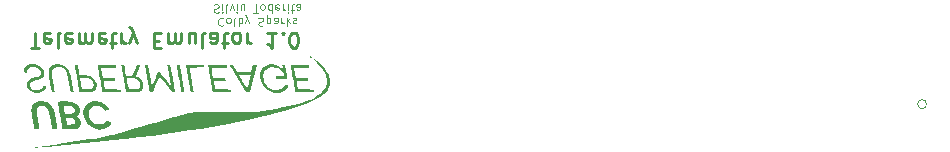
<source format=gbr>
%TF.GenerationSoftware,KiCad,Pcbnew,(6.0.7-1)-1*%
%TF.CreationDate,2022-09-19T18:34:45-07:00*%
%TF.ProjectId,telemetry-emulator-pcb,74656c65-6d65-4747-9279-2d656d756c61,rev?*%
%TF.SameCoordinates,Original*%
%TF.FileFunction,Legend,Bot*%
%TF.FilePolarity,Positive*%
%FSLAX46Y46*%
G04 Gerber Fmt 4.6, Leading zero omitted, Abs format (unit mm)*
G04 Created by KiCad (PCBNEW (6.0.7-1)-1) date 2022-09-19 18:34:45*
%MOMM*%
%LPD*%
G01*
G04 APERTURE LIST*
%ADD10C,0.250000*%
%ADD11C,0.100000*%
%ADD12C,0.120000*%
G04 APERTURE END LIST*
D10*
X95809523Y-68411904D02*
X96552380Y-68411904D01*
X96180952Y-67111904D02*
X96180952Y-68411904D01*
X97480952Y-67173809D02*
X97357142Y-67111904D01*
X97109523Y-67111904D01*
X96985714Y-67173809D01*
X96923809Y-67297619D01*
X96923809Y-67792857D01*
X96985714Y-67916666D01*
X97109523Y-67978571D01*
X97357142Y-67978571D01*
X97480952Y-67916666D01*
X97542857Y-67792857D01*
X97542857Y-67669047D01*
X96923809Y-67545238D01*
X98285714Y-67111904D02*
X98161904Y-67173809D01*
X98100000Y-67297619D01*
X98100000Y-68411904D01*
X99276190Y-67173809D02*
X99152380Y-67111904D01*
X98904761Y-67111904D01*
X98780952Y-67173809D01*
X98719047Y-67297619D01*
X98719047Y-67792857D01*
X98780952Y-67916666D01*
X98904761Y-67978571D01*
X99152380Y-67978571D01*
X99276190Y-67916666D01*
X99338095Y-67792857D01*
X99338095Y-67669047D01*
X98719047Y-67545238D01*
X99895238Y-67111904D02*
X99895238Y-67978571D01*
X99895238Y-67854761D02*
X99957142Y-67916666D01*
X100080952Y-67978571D01*
X100266666Y-67978571D01*
X100390476Y-67916666D01*
X100452380Y-67792857D01*
X100452380Y-67111904D01*
X100452380Y-67792857D02*
X100514285Y-67916666D01*
X100638095Y-67978571D01*
X100823809Y-67978571D01*
X100947619Y-67916666D01*
X101009523Y-67792857D01*
X101009523Y-67111904D01*
X102123809Y-67173809D02*
X102000000Y-67111904D01*
X101752380Y-67111904D01*
X101628571Y-67173809D01*
X101566666Y-67297619D01*
X101566666Y-67792857D01*
X101628571Y-67916666D01*
X101752380Y-67978571D01*
X102000000Y-67978571D01*
X102123809Y-67916666D01*
X102185714Y-67792857D01*
X102185714Y-67669047D01*
X101566666Y-67545238D01*
X102557142Y-67978571D02*
X103052380Y-67978571D01*
X102742857Y-68411904D02*
X102742857Y-67297619D01*
X102804761Y-67173809D01*
X102928571Y-67111904D01*
X103052380Y-67111904D01*
X103485714Y-67111904D02*
X103485714Y-67978571D01*
X103485714Y-67730952D02*
X103547619Y-67854761D01*
X103609523Y-67916666D01*
X103733333Y-67978571D01*
X103857142Y-67978571D01*
X104166666Y-67978571D02*
X104476190Y-67111904D01*
X104785714Y-67978571D02*
X104476190Y-67111904D01*
X104352380Y-66802380D01*
X104290476Y-66740476D01*
X104166666Y-66678571D01*
X106271428Y-67792857D02*
X106704761Y-67792857D01*
X106890476Y-67111904D02*
X106271428Y-67111904D01*
X106271428Y-68411904D01*
X106890476Y-68411904D01*
X107447619Y-67111904D02*
X107447619Y-67978571D01*
X107447619Y-67854761D02*
X107509523Y-67916666D01*
X107633333Y-67978571D01*
X107819047Y-67978571D01*
X107942857Y-67916666D01*
X108004761Y-67792857D01*
X108004761Y-67111904D01*
X108004761Y-67792857D02*
X108066666Y-67916666D01*
X108190476Y-67978571D01*
X108376190Y-67978571D01*
X108500000Y-67916666D01*
X108561904Y-67792857D01*
X108561904Y-67111904D01*
X109738095Y-67978571D02*
X109738095Y-67111904D01*
X109180952Y-67978571D02*
X109180952Y-67297619D01*
X109242857Y-67173809D01*
X109366666Y-67111904D01*
X109552380Y-67111904D01*
X109676190Y-67173809D01*
X109738095Y-67235714D01*
X110542857Y-67111904D02*
X110419047Y-67173809D01*
X110357142Y-67297619D01*
X110357142Y-68411904D01*
X111595238Y-67111904D02*
X111595238Y-67792857D01*
X111533333Y-67916666D01*
X111409523Y-67978571D01*
X111161904Y-67978571D01*
X111038095Y-67916666D01*
X111595238Y-67173809D02*
X111471428Y-67111904D01*
X111161904Y-67111904D01*
X111038095Y-67173809D01*
X110976190Y-67297619D01*
X110976190Y-67421428D01*
X111038095Y-67545238D01*
X111161904Y-67607142D01*
X111471428Y-67607142D01*
X111595238Y-67669047D01*
X112028571Y-67978571D02*
X112523809Y-67978571D01*
X112214285Y-68411904D02*
X112214285Y-67297619D01*
X112276190Y-67173809D01*
X112400000Y-67111904D01*
X112523809Y-67111904D01*
X113142857Y-67111904D02*
X113019047Y-67173809D01*
X112957142Y-67235714D01*
X112895238Y-67359523D01*
X112895238Y-67730952D01*
X112957142Y-67854761D01*
X113019047Y-67916666D01*
X113142857Y-67978571D01*
X113328571Y-67978571D01*
X113452380Y-67916666D01*
X113514285Y-67854761D01*
X113576190Y-67730952D01*
X113576190Y-67359523D01*
X113514285Y-67235714D01*
X113452380Y-67173809D01*
X113328571Y-67111904D01*
X113142857Y-67111904D01*
X114133333Y-67111904D02*
X114133333Y-67978571D01*
X114133333Y-67730952D02*
X114195238Y-67854761D01*
X114257142Y-67916666D01*
X114380952Y-67978571D01*
X114504761Y-67978571D01*
X116609523Y-67111904D02*
X115866666Y-67111904D01*
X116238095Y-67111904D02*
X116238095Y-68411904D01*
X116114285Y-68226190D01*
X115990476Y-68102380D01*
X115866666Y-68040476D01*
X117166666Y-67235714D02*
X117228571Y-67173809D01*
X117166666Y-67111904D01*
X117104761Y-67173809D01*
X117166666Y-67235714D01*
X117166666Y-67111904D01*
X118033333Y-68411904D02*
X118157142Y-68411904D01*
X118280952Y-68350000D01*
X118342857Y-68288095D01*
X118404761Y-68164285D01*
X118466666Y-67916666D01*
X118466666Y-67607142D01*
X118404761Y-67359523D01*
X118342857Y-67235714D01*
X118280952Y-67173809D01*
X118157142Y-67111904D01*
X118033333Y-67111904D01*
X117909523Y-67173809D01*
X117847619Y-67235714D01*
X117785714Y-67359523D01*
X117723809Y-67607142D01*
X117723809Y-67916666D01*
X117785714Y-68164285D01*
X117847619Y-68288095D01*
X117909523Y-68350000D01*
X118033333Y-68411904D01*
D11*
X112116666Y-65913500D02*
X112083333Y-65880166D01*
X111983333Y-65846833D01*
X111916666Y-65846833D01*
X111816666Y-65880166D01*
X111750000Y-65946833D01*
X111716666Y-66013500D01*
X111683333Y-66146833D01*
X111683333Y-66246833D01*
X111716666Y-66380166D01*
X111750000Y-66446833D01*
X111816666Y-66513500D01*
X111916666Y-66546833D01*
X111983333Y-66546833D01*
X112083333Y-66513500D01*
X112116666Y-66480166D01*
X112516666Y-65846833D02*
X112450000Y-65880166D01*
X112416666Y-65913500D01*
X112383333Y-65980166D01*
X112383333Y-66180166D01*
X112416666Y-66246833D01*
X112450000Y-66280166D01*
X112516666Y-66313500D01*
X112616666Y-66313500D01*
X112683333Y-66280166D01*
X112716666Y-66246833D01*
X112750000Y-66180166D01*
X112750000Y-65980166D01*
X112716666Y-65913500D01*
X112683333Y-65880166D01*
X112616666Y-65846833D01*
X112516666Y-65846833D01*
X113150000Y-65846833D02*
X113083333Y-65880166D01*
X113050000Y-65946833D01*
X113050000Y-66546833D01*
X113416666Y-65846833D02*
X113416666Y-66546833D01*
X113416666Y-66280166D02*
X113483333Y-66313500D01*
X113616666Y-66313500D01*
X113683333Y-66280166D01*
X113716666Y-66246833D01*
X113750000Y-66180166D01*
X113750000Y-65980166D01*
X113716666Y-65913500D01*
X113683333Y-65880166D01*
X113616666Y-65846833D01*
X113483333Y-65846833D01*
X113416666Y-65880166D01*
X113983333Y-66313500D02*
X114150000Y-65846833D01*
X114316666Y-66313500D02*
X114150000Y-65846833D01*
X114083333Y-65680166D01*
X114050000Y-65646833D01*
X113983333Y-65613500D01*
X115083333Y-65880166D02*
X115183333Y-65846833D01*
X115350000Y-65846833D01*
X115416666Y-65880166D01*
X115450000Y-65913500D01*
X115483333Y-65980166D01*
X115483333Y-66046833D01*
X115450000Y-66113500D01*
X115416666Y-66146833D01*
X115350000Y-66180166D01*
X115216666Y-66213500D01*
X115150000Y-66246833D01*
X115116666Y-66280166D01*
X115083333Y-66346833D01*
X115083333Y-66413500D01*
X115116666Y-66480166D01*
X115150000Y-66513500D01*
X115216666Y-66546833D01*
X115383333Y-66546833D01*
X115483333Y-66513500D01*
X115783333Y-66313500D02*
X115783333Y-65613500D01*
X115783333Y-66280166D02*
X115850000Y-66313500D01*
X115983333Y-66313500D01*
X116050000Y-66280166D01*
X116083333Y-66246833D01*
X116116666Y-66180166D01*
X116116666Y-65980166D01*
X116083333Y-65913500D01*
X116050000Y-65880166D01*
X115983333Y-65846833D01*
X115850000Y-65846833D01*
X115783333Y-65880166D01*
X116716666Y-65846833D02*
X116716666Y-66213500D01*
X116683333Y-66280166D01*
X116616666Y-66313500D01*
X116483333Y-66313500D01*
X116416666Y-66280166D01*
X116716666Y-65880166D02*
X116650000Y-65846833D01*
X116483333Y-65846833D01*
X116416666Y-65880166D01*
X116383333Y-65946833D01*
X116383333Y-66013500D01*
X116416666Y-66080166D01*
X116483333Y-66113500D01*
X116650000Y-66113500D01*
X116716666Y-66146833D01*
X117050000Y-65846833D02*
X117050000Y-66313500D01*
X117050000Y-66180166D02*
X117083333Y-66246833D01*
X117116666Y-66280166D01*
X117183333Y-66313500D01*
X117250000Y-66313500D01*
X117483333Y-65846833D02*
X117483333Y-66546833D01*
X117550000Y-66113500D02*
X117750000Y-65846833D01*
X117750000Y-66313500D02*
X117483333Y-66046833D01*
X118016666Y-65880166D02*
X118083333Y-65846833D01*
X118216666Y-65846833D01*
X118283333Y-65880166D01*
X118316666Y-65946833D01*
X118316666Y-65980166D01*
X118283333Y-66046833D01*
X118216666Y-66080166D01*
X118116666Y-66080166D01*
X118050000Y-66113500D01*
X118016666Y-66180166D01*
X118016666Y-66213500D01*
X118050000Y-66280166D01*
X118116666Y-66313500D01*
X118216666Y-66313500D01*
X118283333Y-66280166D01*
X111333333Y-64753166D02*
X111433333Y-64719833D01*
X111600000Y-64719833D01*
X111666666Y-64753166D01*
X111700000Y-64786500D01*
X111733333Y-64853166D01*
X111733333Y-64919833D01*
X111700000Y-64986500D01*
X111666666Y-65019833D01*
X111600000Y-65053166D01*
X111466666Y-65086500D01*
X111400000Y-65119833D01*
X111366666Y-65153166D01*
X111333333Y-65219833D01*
X111333333Y-65286500D01*
X111366666Y-65353166D01*
X111400000Y-65386500D01*
X111466666Y-65419833D01*
X111633333Y-65419833D01*
X111733333Y-65386500D01*
X112033333Y-64719833D02*
X112033333Y-65186500D01*
X112033333Y-65419833D02*
X112000000Y-65386500D01*
X112033333Y-65353166D01*
X112066666Y-65386500D01*
X112033333Y-65419833D01*
X112033333Y-65353166D01*
X112466666Y-64719833D02*
X112400000Y-64753166D01*
X112366666Y-64819833D01*
X112366666Y-65419833D01*
X112666666Y-65186500D02*
X112833333Y-64719833D01*
X113000000Y-65186500D01*
X113266666Y-64719833D02*
X113266666Y-65186500D01*
X113266666Y-65419833D02*
X113233333Y-65386500D01*
X113266666Y-65353166D01*
X113300000Y-65386500D01*
X113266666Y-65419833D01*
X113266666Y-65353166D01*
X113900000Y-65186500D02*
X113900000Y-64719833D01*
X113600000Y-65186500D02*
X113600000Y-64819833D01*
X113633333Y-64753166D01*
X113700000Y-64719833D01*
X113800000Y-64719833D01*
X113866666Y-64753166D01*
X113900000Y-64786500D01*
X114666666Y-65419833D02*
X115066666Y-65419833D01*
X114866666Y-64719833D02*
X114866666Y-65419833D01*
X115400000Y-64719833D02*
X115333333Y-64753166D01*
X115300000Y-64786500D01*
X115266666Y-64853166D01*
X115266666Y-65053166D01*
X115300000Y-65119833D01*
X115333333Y-65153166D01*
X115400000Y-65186500D01*
X115500000Y-65186500D01*
X115566666Y-65153166D01*
X115600000Y-65119833D01*
X115633333Y-65053166D01*
X115633333Y-64853166D01*
X115600000Y-64786500D01*
X115566666Y-64753166D01*
X115500000Y-64719833D01*
X115400000Y-64719833D01*
X116233333Y-64719833D02*
X116233333Y-65419833D01*
X116233333Y-64753166D02*
X116166666Y-64719833D01*
X116033333Y-64719833D01*
X115966666Y-64753166D01*
X115933333Y-64786500D01*
X115900000Y-64853166D01*
X115900000Y-65053166D01*
X115933333Y-65119833D01*
X115966666Y-65153166D01*
X116033333Y-65186500D01*
X116166666Y-65186500D01*
X116233333Y-65153166D01*
X116833333Y-64753166D02*
X116766666Y-64719833D01*
X116633333Y-64719833D01*
X116566666Y-64753166D01*
X116533333Y-64819833D01*
X116533333Y-65086500D01*
X116566666Y-65153166D01*
X116633333Y-65186500D01*
X116766666Y-65186500D01*
X116833333Y-65153166D01*
X116866666Y-65086500D01*
X116866666Y-65019833D01*
X116533333Y-64953166D01*
X117166666Y-64719833D02*
X117166666Y-65186500D01*
X117166666Y-65053166D02*
X117200000Y-65119833D01*
X117233333Y-65153166D01*
X117300000Y-65186500D01*
X117366666Y-65186500D01*
X117600000Y-64719833D02*
X117600000Y-65186500D01*
X117600000Y-65419833D02*
X117566666Y-65386500D01*
X117600000Y-65353166D01*
X117633333Y-65386500D01*
X117600000Y-65419833D01*
X117600000Y-65353166D01*
X117833333Y-65186500D02*
X118100000Y-65186500D01*
X117933333Y-65419833D02*
X117933333Y-64819833D01*
X117966666Y-64753166D01*
X118033333Y-64719833D01*
X118100000Y-64719833D01*
X118633333Y-64719833D02*
X118633333Y-65086500D01*
X118600000Y-65153166D01*
X118533333Y-65186500D01*
X118400000Y-65186500D01*
X118333333Y-65153166D01*
X118633333Y-64753166D02*
X118566666Y-64719833D01*
X118400000Y-64719833D01*
X118333333Y-64753166D01*
X118300000Y-64819833D01*
X118300000Y-64886500D01*
X118333333Y-64953166D01*
X118400000Y-64986500D01*
X118566666Y-64986500D01*
X118633333Y-65019833D01*
D12*
%TO.C,J6*%
X171669500Y-73169500D02*
G75*
G03*
X171669500Y-73169500I-381000J0D01*
G01*
%TO.C,G\u002A\u002A\u002A*%
G36*
X110490858Y-70070186D02*
G01*
X109258688Y-70082174D01*
X109271949Y-70143793D01*
X109277406Y-70171321D01*
X109290482Y-70241628D01*
X109309147Y-70344566D01*
X109332441Y-70474634D01*
X109359400Y-70626332D01*
X109389062Y-70794158D01*
X109420465Y-70972612D01*
X109452648Y-71156193D01*
X109484648Y-71339399D01*
X109515503Y-71516730D01*
X109544251Y-71682685D01*
X109569929Y-71831764D01*
X109591576Y-71958464D01*
X109608230Y-72057286D01*
X109618928Y-72122728D01*
X109622709Y-72149290D01*
X109618592Y-72158878D01*
X109579841Y-72172886D01*
X109498758Y-72177462D01*
X109447793Y-72176961D01*
X109395190Y-72174915D01*
X109374795Y-72171828D01*
X109374301Y-72168633D01*
X109367878Y-72131178D01*
X109354604Y-72054975D01*
X109335209Y-71944179D01*
X109310423Y-71802947D01*
X109280975Y-71635434D01*
X109247596Y-71445796D01*
X109211014Y-71238190D01*
X109171961Y-71016770D01*
X109158114Y-70938260D01*
X109119800Y-70720606D01*
X109084219Y-70517869D01*
X109052103Y-70334259D01*
X109024185Y-70173984D01*
X109001196Y-70041256D01*
X108983868Y-69940283D01*
X108972934Y-69875276D01*
X108969127Y-69850444D01*
X108978890Y-69847710D01*
X109027687Y-69843880D01*
X109112794Y-69840477D01*
X109228952Y-69837622D01*
X109370903Y-69835434D01*
X109533387Y-69834034D01*
X109711147Y-69833540D01*
X110453172Y-69833540D01*
X110490858Y-70070186D01*
G37*
G36*
X116366606Y-69806412D02*
G01*
X116599931Y-69854282D01*
X116827749Y-69944002D01*
X117045464Y-70074380D01*
X117095652Y-70108164D01*
X117142968Y-70135263D01*
X117165337Y-70141554D01*
X117167536Y-70123669D01*
X117163099Y-70072078D01*
X117151860Y-70000640D01*
X117141514Y-69942877D01*
X117131603Y-69882582D01*
X117127773Y-69851939D01*
X117135369Y-69845315D01*
X117176170Y-69836851D01*
X117240461Y-69833540D01*
X117280994Y-69833920D01*
X117332866Y-69835959D01*
X117353160Y-69839175D01*
X117356257Y-69858092D01*
X117366231Y-69915986D01*
X117382083Y-70006992D01*
X117402779Y-70125193D01*
X117427286Y-70264675D01*
X117454570Y-70419521D01*
X117478834Y-70557866D01*
X117503812Y-70702179D01*
X117525063Y-70827014D01*
X117541538Y-70926146D01*
X117552193Y-70993351D01*
X117555979Y-71022405D01*
X117550562Y-71029902D01*
X117523054Y-71038071D01*
X117468273Y-71043951D01*
X117381775Y-71047813D01*
X117259110Y-71049931D01*
X117095834Y-71050577D01*
X116635678Y-71050577D01*
X116611273Y-70936779D01*
X116602316Y-70894304D01*
X116591207Y-70838823D01*
X116586868Y-70812822D01*
X116594456Y-70810724D01*
X116638739Y-70807528D01*
X116715951Y-70804972D01*
X116818455Y-70803276D01*
X116938613Y-70802662D01*
X117001234Y-70802552D01*
X117120059Y-70801244D01*
X117201690Y-70798066D01*
X117251659Y-70792526D01*
X117275499Y-70784131D01*
X117278742Y-70772389D01*
X117272300Y-70746915D01*
X117261672Y-70685997D01*
X117251146Y-70608990D01*
X117249471Y-70595378D01*
X117237558Y-70526448D01*
X117217162Y-70474735D01*
X117179839Y-70424564D01*
X117117144Y-70360262D01*
X117105323Y-70348909D01*
X116949402Y-70230092D01*
X116766471Y-70137287D01*
X116567882Y-70074186D01*
X116364986Y-70044482D01*
X116169137Y-70051868D01*
X116003088Y-70088742D01*
X115837379Y-70160829D01*
X115704725Y-70263274D01*
X115605735Y-70395434D01*
X115541021Y-70556663D01*
X115511193Y-70746318D01*
X115509744Y-70860700D01*
X115537546Y-71079130D01*
X115603193Y-71284105D01*
X115703286Y-71470939D01*
X115834423Y-71634948D01*
X115993204Y-71771446D01*
X116176226Y-71875749D01*
X116380089Y-71943172D01*
X116530567Y-71966916D01*
X116725264Y-71966908D01*
X116903944Y-71930994D01*
X117062131Y-71860732D01*
X117195345Y-71757680D01*
X117299106Y-71623396D01*
X117321250Y-71586857D01*
X117351569Y-71541563D01*
X117367849Y-71523869D01*
X117400876Y-71528973D01*
X117458992Y-71542865D01*
X117524020Y-71560866D01*
X117579007Y-71578262D01*
X117607002Y-71590341D01*
X117610344Y-71596094D01*
X117605102Y-71634516D01*
X117579696Y-71695492D01*
X117539858Y-71769062D01*
X117491317Y-71845264D01*
X117439804Y-71914136D01*
X117391050Y-71965717D01*
X117278023Y-72049866D01*
X117098655Y-72139144D01*
X116902817Y-72193394D01*
X116696281Y-72213544D01*
X116484821Y-72200523D01*
X116274208Y-72155260D01*
X116070214Y-72078683D01*
X115878611Y-71971723D01*
X115705173Y-71835307D01*
X115555671Y-71670364D01*
X115484766Y-71568758D01*
X115375903Y-71368359D01*
X115299070Y-71160362D01*
X115254396Y-70950251D01*
X115242010Y-70743508D01*
X115262040Y-70545615D01*
X115314614Y-70362055D01*
X115399862Y-70198310D01*
X115517911Y-70059863D01*
X115570357Y-70015997D01*
X115714556Y-69924552D01*
X115876202Y-69853704D01*
X116036498Y-69812422D01*
X116132369Y-69801585D01*
X116366606Y-69806412D01*
G37*
G36*
X119350857Y-69026336D02*
G01*
X119389799Y-69044884D01*
X119449909Y-69079063D01*
X119526822Y-69126173D01*
X119616170Y-69183515D01*
X119713587Y-69248392D01*
X119814708Y-69318103D01*
X119915166Y-69389951D01*
X120010594Y-69461237D01*
X120075722Y-69512190D01*
X120303088Y-69707046D01*
X120512278Y-69912828D01*
X120698593Y-70123914D01*
X120857335Y-70334682D01*
X120983804Y-70539510D01*
X121073301Y-70732774D01*
X121097191Y-70799992D01*
X121163405Y-71054796D01*
X121186402Y-71297419D01*
X121166095Y-71528094D01*
X121102398Y-71747053D01*
X120995224Y-71954528D01*
X120844487Y-72150752D01*
X120650100Y-72335956D01*
X120411978Y-72510373D01*
X120320617Y-72568197D01*
X120009818Y-72745524D01*
X119654516Y-72921896D01*
X119255141Y-73097223D01*
X118812117Y-73271416D01*
X118325874Y-73444384D01*
X117796838Y-73616037D01*
X117225436Y-73786286D01*
X116612096Y-73955040D01*
X115957244Y-74122210D01*
X115261307Y-74287705D01*
X114524714Y-74451436D01*
X113747891Y-74613313D01*
X112931265Y-74773246D01*
X112075263Y-74931144D01*
X111180313Y-75086919D01*
X110246842Y-75240479D01*
X109275276Y-75391736D01*
X108266044Y-75540598D01*
X107219572Y-75686977D01*
X106136288Y-75830782D01*
X105016618Y-75971924D01*
X103860990Y-76110311D01*
X102669831Y-76245856D01*
X102072967Y-76311248D01*
X100410536Y-76484720D01*
X98767867Y-76643360D01*
X97155955Y-76786091D01*
X96941208Y-76804026D01*
X96695789Y-76823901D01*
X96494334Y-76839369D01*
X96336335Y-76850443D01*
X96221282Y-76857137D01*
X96148667Y-76859464D01*
X96117981Y-76857437D01*
X96128714Y-76851071D01*
X96180359Y-76840378D01*
X96272407Y-76825373D01*
X96404348Y-76806069D01*
X96429065Y-76802574D01*
X96547802Y-76785775D01*
X96701875Y-76763967D01*
X96883941Y-76738189D01*
X97086662Y-76709480D01*
X97302696Y-76678881D01*
X97524702Y-76647430D01*
X97745341Y-76616166D01*
X97914123Y-76592166D01*
X98534832Y-76502403D01*
X99125639Y-76414551D01*
X99685049Y-76328862D01*
X100211566Y-76245591D01*
X100703695Y-76164991D01*
X101159940Y-76087314D01*
X101578806Y-76012815D01*
X101958799Y-75941745D01*
X102298421Y-75874359D01*
X102596178Y-75810910D01*
X102850575Y-75751650D01*
X102877987Y-75744853D01*
X102983905Y-75717712D01*
X103110979Y-75683923D01*
X103260674Y-75643061D01*
X103434458Y-75594699D01*
X103633795Y-75538411D01*
X103860153Y-75473771D01*
X104114997Y-75400352D01*
X104399793Y-75317729D01*
X104716008Y-75225474D01*
X105065107Y-75123162D01*
X105448557Y-75010367D01*
X105867825Y-74886662D01*
X106324375Y-74751620D01*
X106819675Y-74604817D01*
X107355190Y-74445825D01*
X107932387Y-74274218D01*
X108075184Y-74231794D01*
X108309774Y-74162566D01*
X108510126Y-74104447D01*
X108682008Y-74056112D01*
X108831185Y-74016236D01*
X108963426Y-73983495D01*
X109084496Y-73956564D01*
X109200163Y-73934120D01*
X109316194Y-73914837D01*
X109438354Y-73897391D01*
X109572413Y-73880458D01*
X109724135Y-73862713D01*
X109752854Y-73859786D01*
X109867778Y-73851913D01*
X110020895Y-73845514D01*
X110207050Y-73840589D01*
X110421091Y-73837137D01*
X110657864Y-73835160D01*
X110912213Y-73834657D01*
X111178986Y-73835628D01*
X111453028Y-73838074D01*
X111729185Y-73841995D01*
X112002304Y-73847391D01*
X112267231Y-73854262D01*
X112518811Y-73862609D01*
X112759284Y-73870259D01*
X113305716Y-73876950D01*
X113840500Y-73867585D01*
X114371015Y-73841494D01*
X114904643Y-73798009D01*
X115448767Y-73736462D01*
X116010767Y-73656182D01*
X116598026Y-73556501D01*
X117217924Y-73436750D01*
X117640476Y-73347123D01*
X118070921Y-73246687D01*
X118461737Y-73144604D01*
X118815793Y-73039819D01*
X119135958Y-72931280D01*
X119425100Y-72817935D01*
X119686090Y-72698732D01*
X119921796Y-72572616D01*
X120135087Y-72438537D01*
X120328832Y-72295441D01*
X120515812Y-72125646D01*
X120677249Y-71930509D01*
X120796940Y-71724229D01*
X120874225Y-71508681D01*
X120908445Y-71285743D01*
X120898942Y-71057290D01*
X120845057Y-70825200D01*
X120790073Y-70680974D01*
X120694879Y-70483814D01*
X120578217Y-70283502D01*
X120447711Y-70094068D01*
X120377891Y-70005883D01*
X120246190Y-69854696D01*
X120094999Y-69694930D01*
X119934836Y-69537179D01*
X119776217Y-69392037D01*
X119629662Y-69270098D01*
X119574893Y-69227222D01*
X119493294Y-69162689D01*
X119425912Y-69108632D01*
X119383464Y-69073605D01*
X119353944Y-69046926D01*
X119337450Y-69026117D01*
X119350857Y-69026336D01*
G37*
G36*
X96204786Y-69814093D02*
G01*
X96392087Y-69853380D01*
X96553268Y-69914528D01*
X96671373Y-69991811D01*
X96776753Y-70100022D01*
X96859468Y-70227801D01*
X96917191Y-70367511D01*
X96947591Y-70511513D01*
X96948341Y-70652170D01*
X96917111Y-70781843D01*
X96851573Y-70892896D01*
X96814153Y-70931331D01*
X96732013Y-70989819D01*
X96621126Y-71042623D01*
X96476057Y-71092147D01*
X96291373Y-71140796D01*
X96282702Y-71142862D01*
X96120517Y-71184635D01*
X95996315Y-71224176D01*
X95903604Y-71264268D01*
X95835894Y-71307697D01*
X95786691Y-71357247D01*
X95780882Y-71365103D01*
X95746752Y-71449073D01*
X95740504Y-71551950D01*
X95759983Y-71660749D01*
X95803034Y-71762484D01*
X95867502Y-71844170D01*
X95930322Y-71889807D01*
X96053819Y-71943680D01*
X96197287Y-71975110D01*
X96348380Y-71982828D01*
X96494750Y-71965562D01*
X96624050Y-71922042D01*
X96683328Y-71887089D01*
X96766993Y-71812030D01*
X96823247Y-71725832D01*
X96843833Y-71639123D01*
X96843837Y-71637984D01*
X96850565Y-71606909D01*
X96875556Y-71593986D01*
X96926864Y-71598239D01*
X97012542Y-71618694D01*
X97046616Y-71628176D01*
X97091124Y-71646784D01*
X97109087Y-71674649D01*
X97104755Y-71722989D01*
X97082379Y-71803024D01*
X97053866Y-71878804D01*
X96976205Y-71998487D01*
X96865143Y-72091194D01*
X96718916Y-72158208D01*
X96535763Y-72200812D01*
X96347615Y-72214168D01*
X96155543Y-72196078D01*
X95976591Y-72147543D01*
X95816522Y-72071345D01*
X95681097Y-71970263D01*
X95576078Y-71847077D01*
X95507227Y-71704567D01*
X95485364Y-71617403D01*
X95470999Y-71488855D01*
X95475606Y-71367180D01*
X95499482Y-71269244D01*
X95550532Y-71184958D01*
X95640615Y-71102715D01*
X95768169Y-71031066D01*
X95935562Y-70968710D01*
X96145164Y-70914343D01*
X96271870Y-70884947D01*
X96400348Y-70849046D01*
X96496079Y-70812243D01*
X96565840Y-70771194D01*
X96616410Y-70722552D01*
X96654570Y-70662974D01*
X96675883Y-70607306D01*
X96684722Y-70497007D01*
X96658505Y-70382205D01*
X96601151Y-70271870D01*
X96516582Y-70174969D01*
X96408717Y-70100473D01*
X96381235Y-70087590D01*
X96244782Y-70046850D01*
X96089545Y-70029715D01*
X95930006Y-70035870D01*
X95780648Y-70065002D01*
X95655953Y-70116796D01*
X95638247Y-70127885D01*
X95549166Y-70211043D01*
X95490298Y-70316364D01*
X95469033Y-70431411D01*
X95467296Y-70472927D01*
X95456088Y-70501050D01*
X95429592Y-70501263D01*
X95417369Y-70497805D01*
X95361514Y-70482682D01*
X95292031Y-70464440D01*
X95193911Y-70439064D01*
X95209659Y-70333507D01*
X95215249Y-70300404D01*
X95263608Y-70144368D01*
X95344520Y-70018307D01*
X95458978Y-69921331D01*
X95607973Y-69852551D01*
X95792501Y-69811076D01*
X95809097Y-69808889D01*
X96005684Y-69798614D01*
X96204786Y-69814093D01*
G37*
G36*
X96799086Y-72916039D02*
G01*
X96943792Y-72935122D01*
X97068740Y-72964397D01*
X97166928Y-73000836D01*
X97348670Y-73102943D01*
X97508965Y-73240828D01*
X97644062Y-73410205D01*
X97750207Y-73606792D01*
X97823650Y-73826306D01*
X97832784Y-73868432D01*
X97848711Y-73948831D01*
X97869523Y-74057994D01*
X97894026Y-74189277D01*
X97921024Y-74336038D01*
X97949322Y-74491632D01*
X97977724Y-74649418D01*
X98005036Y-74802750D01*
X98030063Y-74944988D01*
X98051608Y-75069486D01*
X98068477Y-75169602D01*
X98079476Y-75238693D01*
X98083407Y-75270115D01*
X98074684Y-75274991D01*
X98030079Y-75281522D01*
X97956183Y-75286003D01*
X97862633Y-75287666D01*
X97641858Y-75287666D01*
X97515549Y-74572094D01*
X97500735Y-74489171D01*
X97467760Y-74311154D01*
X97435353Y-74144457D01*
X97404891Y-73995705D01*
X97377755Y-73871526D01*
X97355322Y-73778547D01*
X97338971Y-73723395D01*
X97308732Y-73654598D01*
X97219412Y-73521991D01*
X97103735Y-73422052D01*
X96966325Y-73359297D01*
X96840479Y-73334499D01*
X96699228Y-73334287D01*
X96571673Y-73362973D01*
X96466212Y-73418519D01*
X96391245Y-73498885D01*
X96381625Y-73515098D01*
X96358981Y-73562154D01*
X96343218Y-73614868D01*
X96334593Y-73678054D01*
X96333361Y-73756529D01*
X96339781Y-73855108D01*
X96354108Y-73978606D01*
X96376599Y-74131839D01*
X96407511Y-74319622D01*
X96447101Y-74546770D01*
X96464888Y-74647310D01*
X96494144Y-74813322D01*
X96520176Y-74961856D01*
X96542051Y-75087532D01*
X96558833Y-75184970D01*
X96569588Y-75248790D01*
X96573381Y-75273611D01*
X96563985Y-75277634D01*
X96518497Y-75282807D01*
X96443844Y-75286351D01*
X96349601Y-75287666D01*
X96125822Y-75287666D01*
X96102330Y-75169343D01*
X96094194Y-75126686D01*
X96078371Y-75040925D01*
X96057198Y-74924433D01*
X96032021Y-74784657D01*
X96004186Y-74629044D01*
X95975039Y-74465040D01*
X95952788Y-74337258D01*
X95917919Y-74122771D01*
X95892996Y-73943826D01*
X95877666Y-73794971D01*
X95871574Y-73670754D01*
X95874363Y-73565722D01*
X95885681Y-73474423D01*
X95905172Y-73391405D01*
X95942747Y-73295287D01*
X96032220Y-73162759D01*
X96155333Y-73053231D01*
X96306947Y-72970906D01*
X96481920Y-72919986D01*
X96523869Y-72914007D01*
X96652989Y-72908537D01*
X96799086Y-72916039D01*
G37*
G36*
X105675392Y-69837880D02*
G01*
X105727022Y-69847654D01*
X105751381Y-69861713D01*
X105752859Y-69867688D01*
X105761508Y-69911726D01*
X105776532Y-69993416D01*
X105797072Y-70107909D01*
X105822268Y-70250355D01*
X105851259Y-70415903D01*
X105883187Y-70599704D01*
X105917191Y-70796908D01*
X105931905Y-70882034D01*
X105965394Y-71071921D01*
X105996842Y-71245048D01*
X106025352Y-71396799D01*
X106050028Y-71522556D01*
X106069973Y-71617702D01*
X106084291Y-71677622D01*
X106092085Y-71697698D01*
X106093175Y-71697039D01*
X106109320Y-71669831D01*
X106136434Y-71609381D01*
X106171008Y-71523933D01*
X106209535Y-71421730D01*
X106225767Y-71377564D01*
X106275131Y-71245653D01*
X106332958Y-71093663D01*
X106393329Y-70937080D01*
X106450329Y-70791393D01*
X106592732Y-70430790D01*
X106676802Y-70430790D01*
X106701553Y-70431785D01*
X106724434Y-70437364D01*
X106749017Y-70451492D01*
X106778875Y-70478135D01*
X106817580Y-70521260D01*
X106868704Y-70584832D01*
X106935820Y-70672817D01*
X107022500Y-70789180D01*
X107132316Y-70937888D01*
X107132586Y-70938254D01*
X107234249Y-71076410D01*
X107330749Y-71208128D01*
X107417755Y-71327449D01*
X107490935Y-71428416D01*
X107545955Y-71505072D01*
X107578486Y-71551460D01*
X107623316Y-71610308D01*
X107666431Y-71650301D01*
X107696019Y-71658202D01*
X107707010Y-71630878D01*
X107704688Y-71609874D01*
X107695288Y-71550858D01*
X107680341Y-71466071D01*
X107661651Y-71366060D01*
X107649492Y-71301432D01*
X107630579Y-71198662D01*
X107607510Y-71071731D01*
X107581391Y-70926868D01*
X107553327Y-70770301D01*
X107524424Y-70608261D01*
X107495787Y-70446976D01*
X107468523Y-70292675D01*
X107443737Y-70151587D01*
X107422533Y-70029942D01*
X107406020Y-69933968D01*
X107395300Y-69869894D01*
X107391482Y-69843951D01*
X107404159Y-69839153D01*
X107450868Y-69836416D01*
X107520142Y-69838050D01*
X107648803Y-69844809D01*
X107845557Y-70960426D01*
X107853251Y-71004045D01*
X107891693Y-71221927D01*
X107927827Y-71426597D01*
X107960865Y-71613603D01*
X107990017Y-71778489D01*
X108014498Y-71916802D01*
X108033519Y-72024086D01*
X108046292Y-72095887D01*
X108052028Y-72127752D01*
X108052834Y-72132130D01*
X108054290Y-72158590D01*
X108039915Y-72171897D01*
X107999990Y-72175495D01*
X107924798Y-72172827D01*
X107787851Y-72166194D01*
X107279036Y-71478793D01*
X107262554Y-71456548D01*
X107148550Y-71303868D01*
X107042470Y-71163799D01*
X106947422Y-71040306D01*
X106866518Y-70937354D01*
X106802869Y-70858908D01*
X106759584Y-70808933D01*
X106739775Y-70791393D01*
X106722952Y-70812153D01*
X106692060Y-70873298D01*
X106648049Y-70972682D01*
X106591833Y-71108156D01*
X106524330Y-71277576D01*
X106446456Y-71478793D01*
X106183583Y-72166194D01*
X106043788Y-72172903D01*
X105977877Y-72175269D01*
X105924475Y-72175406D01*
X105903988Y-72172903D01*
X105903495Y-72169647D01*
X105897077Y-72132017D01*
X105883807Y-72055641D01*
X105864413Y-71944683D01*
X105839627Y-71803301D01*
X105810177Y-71635658D01*
X105776795Y-71445915D01*
X105740211Y-71238232D01*
X105701153Y-71016770D01*
X105687306Y-70938260D01*
X105648992Y-70720606D01*
X105613411Y-70517869D01*
X105581296Y-70334259D01*
X105553377Y-70173984D01*
X105530388Y-70041256D01*
X105513061Y-69940283D01*
X105502127Y-69875276D01*
X105498319Y-69850444D01*
X105508860Y-69841031D01*
X105551112Y-69833892D01*
X105611689Y-69833067D01*
X105675392Y-69837880D01*
G37*
G36*
X119015673Y-69833235D02*
G01*
X119140219Y-69834483D01*
X119234275Y-69837860D01*
X119302337Y-69844270D01*
X119348903Y-69854614D01*
X119378468Y-69869796D01*
X119395530Y-69890716D01*
X119404584Y-69918279D01*
X119410128Y-69953386D01*
X119416657Y-69996939D01*
X119431636Y-70081455D01*
X118775534Y-70081455D01*
X118729365Y-70081469D01*
X118566321Y-70081751D01*
X118420422Y-70082359D01*
X118297255Y-70083244D01*
X118202405Y-70084360D01*
X118141459Y-70085658D01*
X118120003Y-70087090D01*
X118120011Y-70087162D01*
X118124154Y-70111222D01*
X118134928Y-70172480D01*
X118151099Y-70263959D01*
X118171434Y-70378682D01*
X118194700Y-70509672D01*
X118268827Y-70926619D01*
X118778458Y-70932673D01*
X119288088Y-70938726D01*
X119325648Y-71174534D01*
X118823960Y-71180592D01*
X118752516Y-71181622D01*
X118614661Y-71184630D01*
X118496280Y-71188572D01*
X118403775Y-71193161D01*
X118343543Y-71198109D01*
X118321987Y-71203130D01*
X118323382Y-71215069D01*
X118331160Y-71265473D01*
X118344622Y-71347458D01*
X118362462Y-71453126D01*
X118383375Y-71574579D01*
X118445048Y-71929548D01*
X119092267Y-71929548D01*
X119129157Y-71929575D01*
X119292535Y-71930377D01*
X119439557Y-71932180D01*
X119564480Y-71934837D01*
X119661559Y-71938199D01*
X119725052Y-71942120D01*
X119749214Y-71946451D01*
X119753059Y-71957205D01*
X119763418Y-72003965D01*
X119774463Y-72070408D01*
X119789984Y-72177462D01*
X119011052Y-72177462D01*
X118858706Y-72177353D01*
X118688635Y-72176954D01*
X118537976Y-72176296D01*
X118411862Y-72175418D01*
X118315425Y-72174356D01*
X118253799Y-72173147D01*
X118232115Y-72171828D01*
X118231621Y-72168633D01*
X118225198Y-72131178D01*
X118211924Y-72054975D01*
X118192529Y-71944179D01*
X118167743Y-71802947D01*
X118138296Y-71635434D01*
X118104916Y-71445796D01*
X118068335Y-71238190D01*
X118029281Y-71016770D01*
X118015434Y-70938260D01*
X117977120Y-70720606D01*
X117941539Y-70517869D01*
X117909423Y-70334259D01*
X117881505Y-70173984D01*
X117858516Y-70041256D01*
X117841189Y-69940283D01*
X117830255Y-69875276D01*
X117826447Y-69850444D01*
X117841056Y-69847181D01*
X117895782Y-69843480D01*
X117986234Y-69840200D01*
X118107272Y-69837455D01*
X118253752Y-69835355D01*
X118420534Y-69834013D01*
X118602474Y-69833540D01*
X118657127Y-69833519D01*
X118856141Y-69833215D01*
X119015673Y-69833235D01*
G37*
G36*
X98314746Y-74172497D02*
G01*
X98280558Y-73977594D01*
X98247009Y-73785876D01*
X98215003Y-73602494D01*
X98185443Y-73432598D01*
X98173959Y-73366327D01*
X98625601Y-73366327D01*
X98625666Y-73367696D01*
X98630575Y-73407181D01*
X98641929Y-73480274D01*
X98658118Y-73577026D01*
X98677533Y-73687489D01*
X98728176Y-73969210D01*
X99031213Y-73975107D01*
X99106185Y-73976384D01*
X99210454Y-73976715D01*
X99283797Y-73973717D01*
X99335273Y-73966433D01*
X99373939Y-73953904D01*
X99408854Y-73935172D01*
X99424049Y-73925178D01*
X99497042Y-73848386D01*
X99532492Y-73750563D01*
X99527533Y-73638866D01*
X99492250Y-73536168D01*
X99425444Y-73447132D01*
X99322521Y-73377595D01*
X99302093Y-73367535D01*
X99256972Y-73349534D01*
X99206512Y-73337731D01*
X99140783Y-73330864D01*
X99049855Y-73327670D01*
X98923796Y-73326886D01*
X98837003Y-73327094D01*
X98741842Y-73328600D01*
X98680083Y-73332356D01*
X98644764Y-73339281D01*
X98628924Y-73350298D01*
X98625601Y-73366327D01*
X98173959Y-73366327D01*
X98159232Y-73281336D01*
X98137274Y-73153859D01*
X98120471Y-73055317D01*
X98109727Y-72990859D01*
X98105945Y-72965636D01*
X98108103Y-72963256D01*
X98142016Y-72956579D01*
X98211529Y-72951333D01*
X98309439Y-72947511D01*
X98428542Y-72945103D01*
X98561634Y-72944100D01*
X98701511Y-72944492D01*
X98840971Y-72946272D01*
X98972809Y-72949429D01*
X99089822Y-72953955D01*
X99184807Y-72959841D01*
X99250559Y-72967078D01*
X99328899Y-72982244D01*
X99521930Y-73043905D01*
X99686184Y-73133630D01*
X99818843Y-73248601D01*
X99917091Y-73385996D01*
X99978114Y-73542996D01*
X99999095Y-73716780D01*
X99999085Y-73721150D01*
X99983691Y-73863704D01*
X99936268Y-73978359D01*
X99852716Y-74071694D01*
X99728934Y-74150290D01*
X99717594Y-74156062D01*
X99675893Y-74180439D01*
X99669309Y-74197003D01*
X99692749Y-74214842D01*
X99780502Y-74271940D01*
X99900680Y-74380405D01*
X99985980Y-74506304D01*
X99996129Y-74526978D01*
X100045110Y-74674278D01*
X100054766Y-74818336D01*
X100026334Y-74952678D01*
X99961047Y-75070826D01*
X99860141Y-75166304D01*
X99842545Y-75178066D01*
X99780906Y-75212096D01*
X99710456Y-75238545D01*
X99625162Y-75258278D01*
X99518991Y-75272157D01*
X99385909Y-75281047D01*
X99219883Y-75285812D01*
X99014878Y-75287314D01*
X98515205Y-75287666D01*
X98502316Y-75225688D01*
X98496113Y-75193437D01*
X98482735Y-75120428D01*
X98463675Y-75014556D01*
X98439835Y-74880971D01*
X98412119Y-74724823D01*
X98381430Y-74551261D01*
X98348832Y-74366345D01*
X98809927Y-74366345D01*
X98811088Y-74424768D01*
X98825936Y-74514992D01*
X98850032Y-74643525D01*
X98865570Y-74729594D01*
X98880696Y-74814780D01*
X98890974Y-74874358D01*
X98894765Y-74898962D01*
X98894769Y-74899018D01*
X98916429Y-74902018D01*
X98974281Y-74903351D01*
X99059598Y-74902958D01*
X99163653Y-74900778D01*
X99257778Y-74896947D01*
X99376432Y-74885485D01*
X99461209Y-74864883D01*
X99518879Y-74832177D01*
X99556210Y-74784407D01*
X99579973Y-74718610D01*
X99581791Y-74710571D01*
X99579941Y-74621057D01*
X99546495Y-74525625D01*
X99488533Y-74438842D01*
X99413132Y-74375273D01*
X99393263Y-74364760D01*
X99344846Y-74346911D01*
X99281412Y-74334841D01*
X99192946Y-74326994D01*
X99069432Y-74321812D01*
X99030922Y-74320482D01*
X98932950Y-74316791D01*
X98866419Y-74318865D01*
X98826891Y-74333213D01*
X98809927Y-74366345D01*
X98348832Y-74366345D01*
X98348672Y-74365436D01*
X98314746Y-74172497D01*
G37*
G36*
X113306873Y-70464596D02*
G01*
X114510020Y-70464596D01*
X114583392Y-70149068D01*
X114656765Y-69833540D01*
X114936060Y-69833540D01*
X114350006Y-72177462D01*
X114070657Y-72177462D01*
X113376008Y-71022405D01*
X113254557Y-70820436D01*
X113189671Y-70712511D01*
X113455326Y-70712511D01*
X113573049Y-70911032D01*
X113607955Y-70969990D01*
X113671700Y-71077905D01*
X113746867Y-71205356D01*
X113826809Y-71341072D01*
X113904880Y-71473781D01*
X113905795Y-71475337D01*
X113974352Y-71589745D01*
X114036478Y-71689368D01*
X114088181Y-71768124D01*
X114125471Y-71819930D01*
X114144353Y-71838703D01*
X114153958Y-71819079D01*
X114172830Y-71762648D01*
X114198952Y-71676445D01*
X114230420Y-71567519D01*
X114265326Y-71442921D01*
X114301763Y-71309701D01*
X114337826Y-71174908D01*
X114371607Y-71045592D01*
X114401200Y-70928804D01*
X114424698Y-70831593D01*
X114440196Y-70761009D01*
X114445785Y-70724103D01*
X114441387Y-70722560D01*
X114401875Y-70719344D01*
X114326599Y-70716581D01*
X114221996Y-70714420D01*
X114094502Y-70713014D01*
X113950556Y-70712511D01*
X113455326Y-70712511D01*
X113189671Y-70712511D01*
X113136249Y-70623653D01*
X113026843Y-70441634D01*
X112928386Y-70277787D01*
X112842925Y-70135521D01*
X112772509Y-70018245D01*
X112719184Y-69929367D01*
X112685000Y-69872297D01*
X112672002Y-69850444D01*
X112683376Y-69842579D01*
X112729007Y-69836049D01*
X112798724Y-69833540D01*
X112934801Y-69833540D01*
X113306873Y-70464596D01*
G37*
G36*
X98201218Y-69805338D02*
G01*
X98358721Y-69824729D01*
X98498384Y-69857271D01*
X98665639Y-69927975D01*
X98829462Y-70042312D01*
X98968438Y-70192123D01*
X99080384Y-70375005D01*
X99163114Y-70588554D01*
X99166792Y-70602324D01*
X99180816Y-70664038D01*
X99200681Y-70759272D01*
X99225178Y-70881547D01*
X99253093Y-71024384D01*
X99283215Y-71181303D01*
X99314332Y-71345827D01*
X99345231Y-71511476D01*
X99374702Y-71671770D01*
X99401532Y-71820232D01*
X99424510Y-71950382D01*
X99442423Y-72055741D01*
X99454059Y-72129830D01*
X99458207Y-72166170D01*
X99447666Y-72170741D01*
X99403195Y-72175583D01*
X99335769Y-72177462D01*
X99330907Y-72177455D01*
X99257993Y-72173947D01*
X99218520Y-72161859D01*
X99201715Y-72138021D01*
X99198900Y-72125680D01*
X99188403Y-72072096D01*
X99171770Y-71982876D01*
X99150023Y-71863644D01*
X99124184Y-71720024D01*
X99095276Y-71557640D01*
X99064320Y-71382116D01*
X99049176Y-71296826D01*
X99016627Y-71119618D01*
X98984853Y-70954270D01*
X98955191Y-70807301D01*
X98928975Y-70685230D01*
X98907541Y-70594576D01*
X98892223Y-70541858D01*
X98889654Y-70535066D01*
X98804028Y-70365879D01*
X98689866Y-70231545D01*
X98547294Y-70132177D01*
X98376437Y-70067891D01*
X98343144Y-70060146D01*
X98179566Y-70040713D01*
X98023979Y-70051332D01*
X97884205Y-70090019D01*
X97768065Y-70154792D01*
X97683380Y-70243665D01*
X97670547Y-70264139D01*
X97643720Y-70318533D01*
X97624864Y-70380676D01*
X97614165Y-70455110D01*
X97611811Y-70546373D01*
X97617991Y-70659005D01*
X97632891Y-70797547D01*
X97656700Y-70966539D01*
X97689605Y-71170519D01*
X97731794Y-71414028D01*
X97749229Y-71512723D01*
X97778558Y-71679970D01*
X97804662Y-71830358D01*
X97826601Y-71958384D01*
X97843435Y-72058546D01*
X97854225Y-72125340D01*
X97858030Y-72153263D01*
X97853034Y-72162641D01*
X97812474Y-72173167D01*
X97729755Y-72172953D01*
X97601481Y-72166194D01*
X97470247Y-71433718D01*
X97460056Y-71376727D01*
X97425030Y-71178327D01*
X97397526Y-71016703D01*
X97376768Y-70885882D01*
X97361981Y-70779890D01*
X97352388Y-70692755D01*
X97347214Y-70618503D01*
X97345684Y-70551161D01*
X97347021Y-70484754D01*
X97349570Y-70433378D01*
X97367689Y-70285940D01*
X97403753Y-70168125D01*
X97461909Y-70069412D01*
X97546308Y-69979278D01*
X97562710Y-69964789D01*
X97661794Y-69893233D01*
X97771337Y-69845064D01*
X97908312Y-69812459D01*
X97911143Y-69811970D01*
X98045488Y-69800589D01*
X98201218Y-69805338D01*
G37*
G36*
X112028983Y-69833235D02*
G01*
X112153528Y-69834483D01*
X112247584Y-69837860D01*
X112315647Y-69844270D01*
X112362213Y-69854614D01*
X112391778Y-69869796D01*
X112408840Y-69890716D01*
X112417894Y-69918279D01*
X112423438Y-69953386D01*
X112429967Y-69996939D01*
X112444945Y-70081455D01*
X111788843Y-70081455D01*
X111742675Y-70081469D01*
X111579630Y-70081751D01*
X111433731Y-70082359D01*
X111310564Y-70083244D01*
X111215715Y-70084360D01*
X111154769Y-70085658D01*
X111133312Y-70087090D01*
X111133321Y-70087162D01*
X111137464Y-70111222D01*
X111148237Y-70172480D01*
X111164408Y-70263959D01*
X111184744Y-70378682D01*
X111208010Y-70509672D01*
X111282137Y-70926619D01*
X111791767Y-70932673D01*
X112301398Y-70938726D01*
X112338958Y-71174534D01*
X111837269Y-71180592D01*
X111765825Y-71181622D01*
X111627971Y-71184630D01*
X111509590Y-71188572D01*
X111417084Y-71193161D01*
X111356853Y-71198109D01*
X111335297Y-71203130D01*
X111336692Y-71215069D01*
X111344470Y-71265473D01*
X111357931Y-71347458D01*
X111375772Y-71453126D01*
X111396685Y-71574579D01*
X111458357Y-71929548D01*
X112105577Y-71929548D01*
X112142467Y-71929575D01*
X112305844Y-71930377D01*
X112452866Y-71932180D01*
X112577789Y-71934837D01*
X112674869Y-71938199D01*
X112738362Y-71942120D01*
X112762524Y-71946451D01*
X112766369Y-71957205D01*
X112776728Y-72003965D01*
X112787773Y-72070408D01*
X112803294Y-72177462D01*
X112024362Y-72177462D01*
X111872016Y-72177353D01*
X111701944Y-72176954D01*
X111551285Y-72176296D01*
X111425171Y-72175418D01*
X111328735Y-72174356D01*
X111267109Y-72173147D01*
X111245425Y-72171828D01*
X111244931Y-72168633D01*
X111238508Y-72131178D01*
X111225234Y-72054975D01*
X111205839Y-71944179D01*
X111181053Y-71802947D01*
X111151605Y-71635434D01*
X111118226Y-71445796D01*
X111081644Y-71238190D01*
X111042591Y-71016770D01*
X111028744Y-70938260D01*
X110990430Y-70720606D01*
X110954849Y-70517869D01*
X110922733Y-70334259D01*
X110894815Y-70173984D01*
X110871826Y-70041256D01*
X110854498Y-69940283D01*
X110843564Y-69875276D01*
X110839756Y-69850444D01*
X110854366Y-69847181D01*
X110909091Y-69843480D01*
X110999544Y-69840200D01*
X111120581Y-69837455D01*
X111267062Y-69835355D01*
X111433843Y-69834013D01*
X111615784Y-69833540D01*
X111670436Y-69833519D01*
X111869451Y-69833215D01*
X112028983Y-69833235D01*
G37*
G36*
X103643136Y-70720606D02*
G01*
X103607555Y-70517869D01*
X103575439Y-70334259D01*
X103547521Y-70173984D01*
X103524532Y-70041256D01*
X103507204Y-69940283D01*
X103496271Y-69875276D01*
X103492463Y-69850444D01*
X103503010Y-69843599D01*
X103547478Y-69836353D01*
X103614896Y-69833540D01*
X103621113Y-69833552D01*
X103693242Y-69837106D01*
X103732044Y-69849190D01*
X103748260Y-69872981D01*
X103748313Y-69873175D01*
X103755566Y-69907677D01*
X103768983Y-69978805D01*
X103787164Y-70078866D01*
X103808711Y-70200164D01*
X103832227Y-70335005D01*
X103905268Y-70757587D01*
X104166520Y-70757199D01*
X104427773Y-70756811D01*
X104607989Y-70295176D01*
X104788206Y-69833540D01*
X104940420Y-69833540D01*
X104942066Y-69833541D01*
X105017977Y-69835385D01*
X105072036Y-69840094D01*
X105092635Y-69846668D01*
X105090911Y-69852569D01*
X105075594Y-69893007D01*
X105046466Y-69966115D01*
X105006011Y-70065753D01*
X104956716Y-70185779D01*
X104901065Y-70320051D01*
X104875706Y-70381138D01*
X104822519Y-70510381D01*
X104776811Y-70622982D01*
X104741075Y-70712711D01*
X104717805Y-70773339D01*
X104709494Y-70798637D01*
X104721517Y-70810292D01*
X104766374Y-70831980D01*
X104833039Y-70855912D01*
X104960480Y-70910409D01*
X105104846Y-71013634D01*
X105221921Y-71149200D01*
X105249257Y-71192108D01*
X105307726Y-71313825D01*
X105339786Y-71445429D01*
X105349906Y-71602751D01*
X105344683Y-71698702D01*
X105309924Y-71836095D01*
X105240309Y-71948224D01*
X105133192Y-72038783D01*
X104985933Y-72111465D01*
X104942012Y-72127169D01*
X104892694Y-72140616D01*
X104835308Y-72150708D01*
X104762453Y-72158185D01*
X104666728Y-72163787D01*
X104540732Y-72168253D01*
X104377063Y-72172323D01*
X104325091Y-72173431D01*
X104188833Y-72175835D01*
X104071466Y-72177184D01*
X103979531Y-72177447D01*
X103919573Y-72176593D01*
X103898131Y-72174591D01*
X103897643Y-72171239D01*
X103891232Y-72133332D01*
X103877966Y-72056687D01*
X103858574Y-71945472D01*
X103833788Y-71803857D01*
X103804336Y-71636010D01*
X103770950Y-71446100D01*
X103734360Y-71238297D01*
X103695297Y-71016770D01*
X103693289Y-71005387D01*
X103948729Y-71005387D01*
X103950614Y-71020471D01*
X103950976Y-71021823D01*
X103958885Y-71059743D01*
X103972813Y-71133839D01*
X103991384Y-71236509D01*
X104013221Y-71360154D01*
X104036949Y-71497174D01*
X104111616Y-71932503D01*
X104461265Y-71925391D01*
X104582196Y-71921945D01*
X104719827Y-71913314D01*
X104824015Y-71898188D01*
X104901541Y-71874245D01*
X104959182Y-71839159D01*
X105003717Y-71790606D01*
X105041925Y-71726261D01*
X105065422Y-71674750D01*
X105088419Y-71584944D01*
X105085666Y-71488543D01*
X105057861Y-71369878D01*
X105007949Y-71254354D01*
X104914138Y-71134185D01*
X104790510Y-71043818D01*
X104783542Y-71040160D01*
X104744688Y-71022616D01*
X104701150Y-71009837D01*
X104644849Y-71000847D01*
X104567706Y-70994673D01*
X104461645Y-70990338D01*
X104318586Y-70986868D01*
X104213371Y-70984834D01*
X104103584Y-70983484D01*
X104028321Y-70984308D01*
X103981488Y-70987862D01*
X103956988Y-70994703D01*
X103948729Y-71005387D01*
X103693289Y-71005387D01*
X103681450Y-70938260D01*
X103643136Y-70720606D01*
G37*
G36*
X101393860Y-72913714D02*
G01*
X101627835Y-72955428D01*
X101852603Y-73034694D01*
X102061314Y-73148698D01*
X102247115Y-73294624D01*
X102403156Y-73469659D01*
X102411585Y-73481252D01*
X102454806Y-73546332D01*
X102480997Y-73595836D01*
X102484755Y-73619825D01*
X102478768Y-73623250D01*
X102436979Y-73638802D01*
X102366916Y-73660554D01*
X102279875Y-73684916D01*
X102092759Y-73734814D01*
X101990753Y-73621358D01*
X101900722Y-73537174D01*
X101751351Y-73439849D01*
X101585316Y-73369893D01*
X101417675Y-73334833D01*
X101334618Y-73330973D01*
X101166040Y-73350119D01*
X101021593Y-73405359D01*
X100904188Y-73494101D01*
X100816737Y-73613751D01*
X100762152Y-73761717D01*
X100743345Y-73935404D01*
X100747460Y-74035617D01*
X100784572Y-74243558D01*
X100858467Y-74430901D01*
X100966944Y-74593963D01*
X101107804Y-74729058D01*
X101278847Y-74832500D01*
X101284482Y-74835112D01*
X101356239Y-74864697D01*
X101423519Y-74882086D01*
X101502801Y-74890241D01*
X101610559Y-74892124D01*
X101634719Y-74892015D01*
X101732883Y-74889055D01*
X101804413Y-74879941D01*
X101864612Y-74861762D01*
X101928785Y-74831608D01*
X101959012Y-74814800D01*
X102055682Y-74745469D01*
X102130684Y-74667492D01*
X102173212Y-74591486D01*
X102176140Y-74582971D01*
X102186183Y-74567990D01*
X102206739Y-74562417D01*
X102246065Y-74566808D01*
X102312423Y-74581720D01*
X102414070Y-74607708D01*
X102483999Y-74627099D01*
X102567748Y-74654102D01*
X102627048Y-74677933D01*
X102652182Y-74695030D01*
X102652346Y-74724397D01*
X102631326Y-74786211D01*
X102591135Y-74864115D01*
X102537397Y-74947562D01*
X102475734Y-75026004D01*
X102371222Y-75120011D01*
X102227069Y-75206572D01*
X102061748Y-75272256D01*
X101887098Y-75311324D01*
X101883912Y-75311753D01*
X101642047Y-75322363D01*
X101406999Y-75291074D01*
X101182961Y-75220947D01*
X100974130Y-75115045D01*
X100784698Y-74976430D01*
X100618861Y-74808166D01*
X100480813Y-74613314D01*
X100374749Y-74394937D01*
X100304862Y-74156097D01*
X100275923Y-73956837D01*
X100276784Y-73763108D01*
X100311928Y-73581785D01*
X100382371Y-73403005D01*
X100440869Y-73304241D01*
X100561470Y-73167370D01*
X100711871Y-73054577D01*
X100884419Y-72971198D01*
X101071458Y-72922572D01*
X101157531Y-72912367D01*
X101393860Y-72913714D01*
G37*
G36*
X99716628Y-69834080D02*
G01*
X99769014Y-69839605D01*
X99795030Y-69854825D01*
X99806662Y-69884250D01*
X99806831Y-69885018D01*
X99814406Y-69923872D01*
X99827597Y-69995523D01*
X99844894Y-70091397D01*
X99864786Y-70202921D01*
X99885763Y-70321522D01*
X99906313Y-70438627D01*
X99924926Y-70545661D01*
X99940092Y-70634052D01*
X99950299Y-70695227D01*
X99954037Y-70720611D01*
X99966372Y-70723578D01*
X100016842Y-70727864D01*
X100099442Y-70732217D01*
X100206800Y-70736266D01*
X100331544Y-70739638D01*
X100388511Y-70741091D01*
X100557262Y-70748847D01*
X100692457Y-70762553D01*
X100802922Y-70784349D01*
X100897482Y-70816373D01*
X100984964Y-70860766D01*
X101074192Y-70919666D01*
X101104167Y-70942566D01*
X101213054Y-71053074D01*
X101298478Y-71184650D01*
X101359209Y-71329760D01*
X101394019Y-71480867D01*
X101401679Y-71630437D01*
X101380960Y-71770933D01*
X101330633Y-71894820D01*
X101249470Y-71994563D01*
X101229885Y-72011289D01*
X101165525Y-72058462D01*
X101095647Y-72095188D01*
X101013666Y-72122903D01*
X100912993Y-72143040D01*
X100787043Y-72157033D01*
X100629229Y-72166316D01*
X100432963Y-72172323D01*
X100380991Y-72173431D01*
X100244733Y-72175835D01*
X100127366Y-72177184D01*
X100035432Y-72177447D01*
X99975473Y-72176593D01*
X99954032Y-72174591D01*
X99953543Y-72171239D01*
X99947133Y-72133332D01*
X99933867Y-72056687D01*
X99914475Y-71945472D01*
X99889688Y-71803857D01*
X99860237Y-71636010D01*
X99826851Y-71446100D01*
X99790261Y-71238297D01*
X99751198Y-71016770D01*
X99741260Y-70960426D01*
X99994226Y-70960426D01*
X100005877Y-71011136D01*
X100006150Y-71012350D01*
X100013966Y-71052488D01*
X100027879Y-71128713D01*
X100046496Y-71233202D01*
X100068422Y-71358137D01*
X100092264Y-71495697D01*
X100167001Y-71929548D01*
X100494370Y-71929327D01*
X100616974Y-71928753D01*
X100715170Y-71926302D01*
X100786972Y-71920768D01*
X100842086Y-71910939D01*
X100890220Y-71895603D01*
X100941079Y-71873549D01*
X100959127Y-71864979D01*
X101027383Y-71825455D01*
X101071367Y-71779854D01*
X101106954Y-71712789D01*
X101128714Y-71650573D01*
X101142854Y-71518078D01*
X101119989Y-71384268D01*
X101064201Y-71257125D01*
X100979570Y-71144630D01*
X100870179Y-71054762D01*
X100740109Y-70995504D01*
X100707713Y-70987168D01*
X100609746Y-70972002D01*
X100478445Y-70963243D01*
X100308107Y-70960426D01*
X99994226Y-70960426D01*
X99741260Y-70960426D01*
X99737350Y-70938260D01*
X99699037Y-70720606D01*
X99663456Y-70517869D01*
X99631340Y-70334259D01*
X99603422Y-70173984D01*
X99580433Y-70041256D01*
X99563105Y-69940283D01*
X99552171Y-69875276D01*
X99548363Y-69850444D01*
X99559262Y-69843521D01*
X99604128Y-69836329D01*
X99671886Y-69833540D01*
X99716628Y-69834080D01*
G37*
G36*
X102675833Y-69833235D02*
G01*
X102800378Y-69834483D01*
X102894434Y-69837860D01*
X102962497Y-69844270D01*
X103009063Y-69854614D01*
X103038628Y-69869796D01*
X103055690Y-69890716D01*
X103064744Y-69918279D01*
X103070288Y-69953386D01*
X103076817Y-69996939D01*
X103091795Y-70081455D01*
X102435694Y-70081455D01*
X102389525Y-70081469D01*
X102226480Y-70081751D01*
X102080581Y-70082359D01*
X101957414Y-70083244D01*
X101862565Y-70084360D01*
X101801619Y-70085658D01*
X101780162Y-70087090D01*
X101780171Y-70087162D01*
X101784314Y-70111222D01*
X101795087Y-70172480D01*
X101811258Y-70263959D01*
X101831594Y-70378682D01*
X101854860Y-70509672D01*
X101928987Y-70926619D01*
X102438618Y-70932673D01*
X102948248Y-70938726D01*
X102985808Y-71174534D01*
X102484119Y-71180592D01*
X102412676Y-71181622D01*
X102274821Y-71184630D01*
X102156440Y-71188572D01*
X102063934Y-71193161D01*
X102003703Y-71198109D01*
X101982147Y-71203130D01*
X101983542Y-71215069D01*
X101991320Y-71265473D01*
X102004781Y-71347458D01*
X102022622Y-71453126D01*
X102043535Y-71574579D01*
X102105207Y-71929548D01*
X102752427Y-71929548D01*
X102789317Y-71929575D01*
X102952694Y-71930377D01*
X103099716Y-71932180D01*
X103224639Y-71934837D01*
X103321719Y-71938199D01*
X103385212Y-71942120D01*
X103409374Y-71946451D01*
X103413219Y-71957205D01*
X103423578Y-72003965D01*
X103434623Y-72070408D01*
X103450144Y-72177462D01*
X102671212Y-72177462D01*
X102518866Y-72177353D01*
X102348794Y-72176954D01*
X102198135Y-72176296D01*
X102072021Y-72175418D01*
X101975585Y-72174356D01*
X101913959Y-72173147D01*
X101892275Y-72171828D01*
X101891781Y-72168633D01*
X101885358Y-72131178D01*
X101872084Y-72054975D01*
X101852689Y-71944179D01*
X101827903Y-71802947D01*
X101798455Y-71635434D01*
X101765076Y-71445796D01*
X101728494Y-71238190D01*
X101689441Y-71016770D01*
X101675594Y-70938260D01*
X101637280Y-70720606D01*
X101601699Y-70517869D01*
X101569583Y-70334259D01*
X101541665Y-70173984D01*
X101518676Y-70041256D01*
X101501348Y-69940283D01*
X101490414Y-69875276D01*
X101486607Y-69850444D01*
X101501216Y-69847181D01*
X101555941Y-69843480D01*
X101646394Y-69840200D01*
X101767431Y-69837455D01*
X101913912Y-69835355D01*
X102080693Y-69834013D01*
X102262634Y-69833540D01*
X102317286Y-69833519D01*
X102516301Y-69833215D01*
X102675833Y-69833235D01*
G37*
G36*
X108348368Y-69834076D02*
G01*
X108400894Y-69839597D01*
X108427046Y-69854818D01*
X108438835Y-69884250D01*
X108445178Y-69916325D01*
X108458441Y-69988171D01*
X108477383Y-70093170D01*
X108501101Y-70226151D01*
X108528695Y-70381945D01*
X108559262Y-70555383D01*
X108591902Y-70741296D01*
X108625712Y-70934514D01*
X108659791Y-71129868D01*
X108693237Y-71322189D01*
X108725149Y-71506308D01*
X108754625Y-71677055D01*
X108780763Y-71829261D01*
X108802661Y-71957757D01*
X108819419Y-72057373D01*
X108830134Y-72122941D01*
X108833905Y-72149290D01*
X108829791Y-72158869D01*
X108791034Y-72172883D01*
X108709938Y-72177462D01*
X108658973Y-72176961D01*
X108606371Y-72174915D01*
X108585975Y-72171828D01*
X108585481Y-72168633D01*
X108579058Y-72131178D01*
X108565784Y-72054975D01*
X108546389Y-71944179D01*
X108521603Y-71802947D01*
X108492155Y-71635434D01*
X108458776Y-71445796D01*
X108422194Y-71238190D01*
X108383141Y-71016770D01*
X108369294Y-70938260D01*
X108330980Y-70720606D01*
X108295399Y-70517869D01*
X108263283Y-70334259D01*
X108235365Y-70173984D01*
X108212376Y-70041256D01*
X108195048Y-69940283D01*
X108184115Y-69875276D01*
X108180307Y-69850444D01*
X108191205Y-69843521D01*
X108236071Y-69836329D01*
X108303830Y-69833540D01*
X108348368Y-69834076D01*
G37*
%TD*%
M02*

</source>
